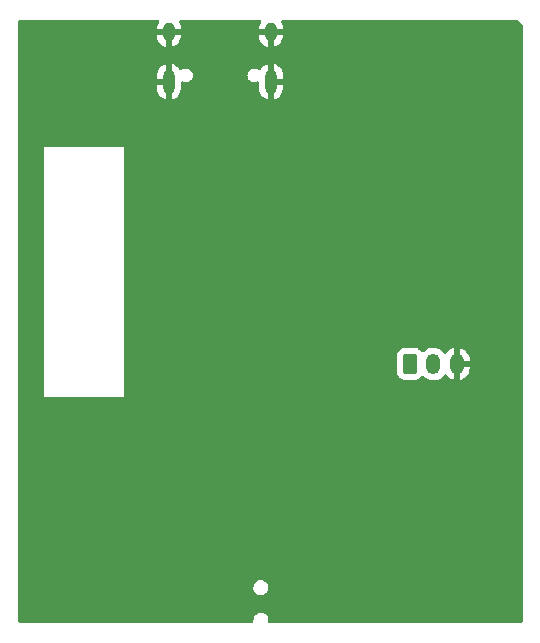
<source format=gbr>
%TF.GenerationSoftware,KiCad,Pcbnew,7.0.10*%
%TF.CreationDate,2024-08-20T03:50:42-07:00*%
%TF.ProjectId,kicad,6b696361-642e-46b6-9963-61645f706362,rev?*%
%TF.SameCoordinates,Original*%
%TF.FileFunction,Copper,L2,Bot*%
%TF.FilePolarity,Positive*%
%FSLAX46Y46*%
G04 Gerber Fmt 4.6, Leading zero omitted, Abs format (unit mm)*
G04 Created by KiCad (PCBNEW 7.0.10) date 2024-08-20 03:50:42*
%MOMM*%
%LPD*%
G01*
G04 APERTURE LIST*
G04 Aperture macros list*
%AMRoundRect*
0 Rectangle with rounded corners*
0 $1 Rounding radius*
0 $2 $3 $4 $5 $6 $7 $8 $9 X,Y pos of 4 corners*
0 Add a 4 corners polygon primitive as box body*
4,1,4,$2,$3,$4,$5,$6,$7,$8,$9,$2,$3,0*
0 Add four circle primitives for the rounded corners*
1,1,$1+$1,$2,$3*
1,1,$1+$1,$4,$5*
1,1,$1+$1,$6,$7*
1,1,$1+$1,$8,$9*
0 Add four rect primitives between the rounded corners*
20,1,$1+$1,$2,$3,$4,$5,0*
20,1,$1+$1,$4,$5,$6,$7,0*
20,1,$1+$1,$6,$7,$8,$9,0*
20,1,$1+$1,$8,$9,$2,$3,0*%
G04 Aperture macros list end*
%TA.AperFunction,ComponentPad*%
%ADD10RoundRect,0.250000X-0.350000X-0.625000X0.350000X-0.625000X0.350000X0.625000X-0.350000X0.625000X0*%
%TD*%
%TA.AperFunction,ComponentPad*%
%ADD11O,1.200000X1.750000*%
%TD*%
%TA.AperFunction,ComponentPad*%
%ADD12O,1.000000X2.100000*%
%TD*%
%TA.AperFunction,ComponentPad*%
%ADD13O,1.000000X1.600000*%
%TD*%
%TA.AperFunction,ViaPad*%
%ADD14C,0.800000*%
%TD*%
G04 APERTURE END LIST*
D10*
%TO.P,J1,1,Pin_1*%
%TO.N,+5V*%
X168960000Y-101610000D03*
D11*
%TO.P,J1,2,Pin_2*%
%TO.N,Net-(J1-Pin_2)*%
X170960000Y-101610000D03*
%TO.P,J1,3,Pin_3*%
%TO.N,GND*%
X172960000Y-101610000D03*
%TD*%
D12*
%TO.P,J6,S1,SHIELD*%
%TO.N,GND*%
X157220000Y-77710000D03*
D13*
X157220000Y-73530000D03*
D12*
X148580000Y-77710000D03*
D13*
X148580000Y-73530000D03*
%TD*%
D14*
%TO.N,GND*%
X152900000Y-81130000D03*
X151970000Y-107740000D03*
X151480000Y-103720000D03*
X151860000Y-115060000D03*
X154030000Y-95750000D03*
X153960000Y-94090000D03*
X154170000Y-92060000D03*
X146750000Y-92520000D03*
X146880000Y-94530000D03*
X147120000Y-97210000D03*
X147670000Y-89440000D03*
X153450000Y-89220000D03*
X151578239Y-89608551D03*
X148769692Y-97538565D03*
X152130000Y-97480000D03*
X172340000Y-94290000D03*
X161990000Y-85420000D03*
X167493338Y-83881318D03*
X171403275Y-87956464D03*
X168925146Y-87570978D03*
X166450000Y-86080000D03*
X163638470Y-78209155D03*
X166447016Y-77658460D03*
X171072858Y-77658460D03*
X174211822Y-79530824D03*
X176690000Y-79480000D03*
X175700000Y-74630000D03*
X173550988Y-74684704D03*
X166230000Y-74520000D03*
X160830000Y-74740000D03*
X139740000Y-75020000D03*
X145575659Y-78925059D03*
X144750000Y-74680000D03*
X143152599Y-76006373D03*
X141555582Y-79145337D03*
X138306479Y-79255476D03*
X137210000Y-74410000D03*
X138416618Y-109323448D03*
X140288983Y-115326028D03*
X138800000Y-120610000D03*
X144310000Y-120670000D03*
X147390000Y-118190000D03*
X167660000Y-117580000D03*
X171570000Y-115930000D03*
X162757357Y-116041932D03*
X161660000Y-110760000D03*
X164130000Y-110530000D03*
X167440000Y-110530000D03*
X172120000Y-110150000D03*
X176080000Y-110370000D03*
X176030000Y-113950000D03*
X176250000Y-118300000D03*
X176360000Y-122210000D03*
X173060000Y-122100000D03*
X168210000Y-122320000D03*
X164350000Y-122320000D03*
X145390000Y-85730000D03*
X145390000Y-100860000D03*
X155290000Y-100860000D03*
X156860000Y-99440000D03*
X155480000Y-85950000D03*
X156980000Y-87200000D03*
X164090000Y-91720000D03*
X164150000Y-98660000D03*
X155770000Y-114510000D03*
X158140000Y-112280000D03*
X156760000Y-103950000D03*
X160080000Y-106290000D03*
X146560000Y-104770000D03*
X142680000Y-110760000D03*
X151210000Y-122030000D03*
X161250000Y-122320000D03*
X158420000Y-83750000D03*
X147660000Y-81120000D03*
X173060000Y-98440000D03*
%TD*%
%TA.AperFunction,Conductor*%
%TO.N,GND*%
G36*
X147699370Y-72519685D02*
G01*
X147745125Y-72572489D01*
X147755069Y-72641647D01*
X147734106Y-72694837D01*
X147701143Y-72742195D01*
X147620940Y-72929092D01*
X147580000Y-73128309D01*
X147580000Y-73280000D01*
X148280000Y-73280000D01*
X148280000Y-73780000D01*
X147580000Y-73780000D01*
X147580000Y-73880713D01*
X147595418Y-74032338D01*
X147656299Y-74226381D01*
X147656304Y-74226391D01*
X147755005Y-74404215D01*
X147755005Y-74404216D01*
X147887478Y-74558530D01*
X147887479Y-74558531D01*
X148048304Y-74683018D01*
X148230907Y-74772589D01*
X148330000Y-74798244D01*
X148330000Y-73996110D01*
X148354457Y-74035610D01*
X148443962Y-74103201D01*
X148551840Y-74133895D01*
X148663521Y-74123546D01*
X148763922Y-74073552D01*
X148830000Y-74001069D01*
X148830000Y-74803366D01*
X148831944Y-74803069D01*
X148831945Y-74803069D01*
X149022660Y-74732436D01*
X149022664Y-74732434D01*
X149195267Y-74624850D01*
X149342668Y-74484735D01*
X149342669Y-74484733D01*
X149458856Y-74317804D01*
X149539059Y-74130907D01*
X149580000Y-73931690D01*
X149580000Y-73780000D01*
X148880000Y-73780000D01*
X148880000Y-73280000D01*
X149580000Y-73280000D01*
X149580000Y-73179286D01*
X149564581Y-73027661D01*
X149503700Y-72833618D01*
X149503695Y-72833608D01*
X149420755Y-72684178D01*
X149405432Y-72616009D01*
X149429396Y-72550377D01*
X149485039Y-72508120D01*
X149529174Y-72500000D01*
X156272331Y-72500000D01*
X156339370Y-72519685D01*
X156385125Y-72572489D01*
X156395069Y-72641647D01*
X156374106Y-72694837D01*
X156341143Y-72742195D01*
X156260940Y-72929092D01*
X156220000Y-73128309D01*
X156220000Y-73280000D01*
X156920000Y-73280000D01*
X156920000Y-73780000D01*
X156220000Y-73780000D01*
X156220000Y-73880713D01*
X156235418Y-74032338D01*
X156296299Y-74226381D01*
X156296304Y-74226391D01*
X156395005Y-74404215D01*
X156395005Y-74404216D01*
X156527478Y-74558530D01*
X156527479Y-74558531D01*
X156688304Y-74683018D01*
X156870907Y-74772589D01*
X156970000Y-74798244D01*
X156970000Y-73996110D01*
X156994457Y-74035610D01*
X157083962Y-74103201D01*
X157191840Y-74133895D01*
X157303521Y-74123546D01*
X157403922Y-74073552D01*
X157470000Y-74001069D01*
X157470000Y-74803366D01*
X157471944Y-74803069D01*
X157471945Y-74803069D01*
X157662660Y-74732436D01*
X157662664Y-74732434D01*
X157835267Y-74624850D01*
X157982668Y-74484735D01*
X157982669Y-74484733D01*
X158098856Y-74317804D01*
X158179059Y-74130907D01*
X158220000Y-73931690D01*
X158220000Y-73780000D01*
X157520000Y-73780000D01*
X157520000Y-73280000D01*
X158220000Y-73280000D01*
X158220000Y-73179286D01*
X158204581Y-73027661D01*
X158143700Y-72833618D01*
X158143695Y-72833608D01*
X158060755Y-72684178D01*
X158045432Y-72616009D01*
X158069396Y-72550377D01*
X158125039Y-72508120D01*
X158169174Y-72500000D01*
X178078638Y-72500000D01*
X178145677Y-72519685D01*
X178166319Y-72536319D01*
X178483681Y-72853681D01*
X178517166Y-72915004D01*
X178520000Y-72941362D01*
X178520000Y-123416000D01*
X178500315Y-123483039D01*
X178447511Y-123528794D01*
X178396000Y-123540000D01*
X157090886Y-123540000D01*
X157023847Y-123520315D01*
X156978092Y-123467511D01*
X156968148Y-123398353D01*
X156969073Y-123392815D01*
X156979227Y-123339588D01*
X156969304Y-123181862D01*
X156920467Y-123031559D01*
X156835786Y-122898123D01*
X156720582Y-122789938D01*
X156720579Y-122789936D01*
X156720577Y-122789934D01*
X156582095Y-122713804D01*
X156582087Y-122713801D01*
X156429021Y-122674500D01*
X156429019Y-122674500D01*
X156310650Y-122674500D01*
X156310640Y-122674500D01*
X156193208Y-122689336D01*
X156193206Y-122689336D01*
X156046269Y-122747513D01*
X156046260Y-122747518D01*
X155918416Y-122840402D01*
X155918415Y-122840403D01*
X155817674Y-122962178D01*
X155750387Y-123105171D01*
X155750385Y-123105174D01*
X155735757Y-123181862D01*
X155720773Y-123260412D01*
X155720773Y-123260414D01*
X155720773Y-123260415D01*
X155722949Y-123294996D01*
X155729451Y-123398353D01*
X155730072Y-123408214D01*
X155714636Y-123476357D01*
X155664809Y-123525337D01*
X155606317Y-123540000D01*
X136031362Y-123540000D01*
X135964323Y-123520315D01*
X135943681Y-123503681D01*
X135796319Y-123356319D01*
X135762834Y-123294996D01*
X135760000Y-123268638D01*
X135760000Y-120510415D01*
X155720773Y-120510415D01*
X155730696Y-120668137D01*
X155730696Y-120668140D01*
X155755614Y-120744828D01*
X155779533Y-120818441D01*
X155864214Y-120951877D01*
X155979418Y-121060062D01*
X155979420Y-121060063D01*
X155979422Y-121060065D01*
X156056578Y-121102481D01*
X156117908Y-121136197D01*
X156270981Y-121175500D01*
X156270984Y-121175500D01*
X156389348Y-121175500D01*
X156389350Y-121175500D01*
X156389355Y-121175499D01*
X156389359Y-121175499D01*
X156402088Y-121173890D01*
X156506792Y-121160664D01*
X156653732Y-121102486D01*
X156781587Y-121009594D01*
X156882324Y-120887823D01*
X156949614Y-120744826D01*
X156979227Y-120589588D01*
X156969304Y-120431862D01*
X156920467Y-120281559D01*
X156835786Y-120148123D01*
X156720582Y-120039938D01*
X156720579Y-120039936D01*
X156720577Y-120039934D01*
X156582095Y-119963804D01*
X156582087Y-119963801D01*
X156429021Y-119924500D01*
X156429019Y-119924500D01*
X156310650Y-119924500D01*
X156310640Y-119924500D01*
X156193208Y-119939336D01*
X156193206Y-119939336D01*
X156046269Y-119997513D01*
X156046260Y-119997518D01*
X155918416Y-120090402D01*
X155918415Y-120090403D01*
X155817674Y-120212178D01*
X155750387Y-120355171D01*
X155750385Y-120355174D01*
X155735757Y-120431862D01*
X155720773Y-120510412D01*
X155720773Y-120510414D01*
X155720773Y-120510415D01*
X135760000Y-120510415D01*
X135760000Y-83250000D01*
X137980000Y-83250000D01*
X137980000Y-101040000D01*
X137980000Y-104375829D01*
X144810000Y-104381543D01*
X144810000Y-102285001D01*
X167859500Y-102285001D01*
X167859501Y-102285018D01*
X167870000Y-102387796D01*
X167870001Y-102387799D01*
X167925185Y-102554331D01*
X167925187Y-102554336D01*
X167933848Y-102568378D01*
X168017288Y-102703656D01*
X168141344Y-102827712D01*
X168290666Y-102919814D01*
X168457203Y-102974999D01*
X168559991Y-102985500D01*
X169360008Y-102985499D01*
X169360016Y-102985498D01*
X169360019Y-102985498D01*
X169421143Y-102979254D01*
X169462797Y-102974999D01*
X169629334Y-102919814D01*
X169778656Y-102827712D01*
X169902712Y-102703656D01*
X169941815Y-102640258D01*
X169993761Y-102593535D01*
X170062723Y-102582312D01*
X170126806Y-102610155D01*
X170144824Y-102628705D01*
X170159907Y-102647885D01*
X170159909Y-102647887D01*
X170318746Y-102785521D01*
X170500750Y-102890601D01*
X170500752Y-102890601D01*
X170500756Y-102890604D01*
X170699367Y-102959344D01*
X170907398Y-102989254D01*
X171117330Y-102979254D01*
X171321576Y-102929704D01*
X171408200Y-102890144D01*
X171512743Y-102842401D01*
X171512746Y-102842399D01*
X171512753Y-102842396D01*
X171683952Y-102720486D01*
X171684317Y-102720104D01*
X171828986Y-102568378D01*
X171838010Y-102554336D01*
X171855826Y-102526613D01*
X171908629Y-102480858D01*
X171977788Y-102470914D01*
X172041344Y-102499938D01*
X172057612Y-102517000D01*
X172160268Y-102647537D01*
X172160271Y-102647540D01*
X172319030Y-102785105D01*
X172319041Y-102785114D01*
X172500960Y-102890144D01*
X172500967Y-102890147D01*
X172699487Y-102958856D01*
X172710000Y-102960367D01*
X172710000Y-101890617D01*
X172779052Y-101944363D01*
X172897424Y-101985000D01*
X172991073Y-101985000D01*
X173083446Y-101969586D01*
X173193514Y-101910019D01*
X173210000Y-101892110D01*
X173210000Y-102956257D01*
X173321409Y-102929229D01*
X173512507Y-102841959D01*
X173683619Y-102720110D01*
X173683625Y-102720104D01*
X173828592Y-102568067D01*
X173942166Y-102391342D01*
X174020244Y-102196314D01*
X174060000Y-101990037D01*
X174060000Y-101860000D01*
X173239560Y-101860000D01*
X173278278Y-101817941D01*
X173328551Y-101703330D01*
X173338886Y-101578605D01*
X173308163Y-101457281D01*
X173244606Y-101360000D01*
X174060000Y-101360000D01*
X174060000Y-101282601D01*
X174045034Y-101125877D01*
X174045033Y-101125873D01*
X173985850Y-100924313D01*
X173889586Y-100737585D01*
X173759731Y-100572462D01*
X173759728Y-100572459D01*
X173600969Y-100434894D01*
X173600958Y-100434885D01*
X173419039Y-100329855D01*
X173419032Y-100329852D01*
X173220516Y-100261144D01*
X173210000Y-100259632D01*
X173210000Y-101329382D01*
X173140948Y-101275637D01*
X173022576Y-101235000D01*
X172928927Y-101235000D01*
X172836554Y-101250414D01*
X172726486Y-101309981D01*
X172710000Y-101327889D01*
X172710000Y-100263740D01*
X172709999Y-100263740D01*
X172598594Y-100290768D01*
X172598582Y-100290772D01*
X172407497Y-100378037D01*
X172407496Y-100378038D01*
X172236380Y-100499889D01*
X172236374Y-100499895D01*
X172091408Y-100651932D01*
X172064784Y-100693359D01*
X172011979Y-100739113D01*
X171942821Y-100749056D01*
X171879265Y-100720030D01*
X171862999Y-100702970D01*
X171760094Y-100572116D01*
X171760090Y-100572112D01*
X171601253Y-100434478D01*
X171419249Y-100329398D01*
X171419245Y-100329396D01*
X171419244Y-100329396D01*
X171220633Y-100260656D01*
X171012602Y-100230746D01*
X171012598Y-100230746D01*
X170802672Y-100240745D01*
X170598421Y-100290296D01*
X170598417Y-100290298D01*
X170407256Y-100377598D01*
X170407251Y-100377601D01*
X170236046Y-100499515D01*
X170236045Y-100499515D01*
X170138249Y-100602082D01*
X170077740Y-100637017D01*
X170007949Y-100633692D01*
X169951035Y-100593164D01*
X169942967Y-100581608D01*
X169937110Y-100572112D01*
X169902712Y-100516344D01*
X169778656Y-100392288D01*
X169677431Y-100329852D01*
X169629336Y-100300187D01*
X169629331Y-100300185D01*
X169599488Y-100290296D01*
X169462797Y-100245001D01*
X169462795Y-100245000D01*
X169360010Y-100234500D01*
X168559998Y-100234500D01*
X168559980Y-100234501D01*
X168457203Y-100245000D01*
X168457200Y-100245001D01*
X168290668Y-100300185D01*
X168290663Y-100300187D01*
X168141342Y-100392289D01*
X168017289Y-100516342D01*
X167925187Y-100665663D01*
X167925185Y-100665668D01*
X167901443Y-100737318D01*
X167870001Y-100832203D01*
X167870001Y-100832204D01*
X167870000Y-100832204D01*
X167859500Y-100934983D01*
X167859500Y-102285001D01*
X144810000Y-102285001D01*
X144810000Y-83250000D01*
X137980000Y-83250000D01*
X135760000Y-83250000D01*
X135760000Y-78310713D01*
X147580000Y-78310713D01*
X147595418Y-78462338D01*
X147656299Y-78656381D01*
X147656304Y-78656391D01*
X147755005Y-78834215D01*
X147755005Y-78834216D01*
X147887478Y-78988530D01*
X147887479Y-78988531D01*
X148048304Y-79113018D01*
X148230907Y-79202589D01*
X148330000Y-79228244D01*
X148330000Y-78426110D01*
X148354457Y-78465610D01*
X148443962Y-78533201D01*
X148551840Y-78563895D01*
X148663521Y-78553546D01*
X148763922Y-78503552D01*
X148830000Y-78431069D01*
X148830000Y-79233366D01*
X148831944Y-79233069D01*
X148831945Y-79233069D01*
X149022660Y-79162436D01*
X149022664Y-79162434D01*
X149195267Y-79054850D01*
X149342668Y-78914735D01*
X149342669Y-78914733D01*
X149458856Y-78747804D01*
X149539059Y-78560907D01*
X149580000Y-78361690D01*
X149580000Y-77810384D01*
X149599685Y-77743345D01*
X149652489Y-77697590D01*
X149721647Y-77687646D01*
X149751454Y-77695823D01*
X149859764Y-77740687D01*
X149972280Y-77755500D01*
X149972287Y-77755500D01*
X150047713Y-77755500D01*
X150047720Y-77755500D01*
X150160236Y-77740687D01*
X150300233Y-77682698D01*
X150420451Y-77590451D01*
X150512698Y-77470233D01*
X150570687Y-77330236D01*
X150590466Y-77180000D01*
X155209534Y-77180000D01*
X155229312Y-77330234D01*
X155229313Y-77330236D01*
X155287302Y-77470233D01*
X155379549Y-77590451D01*
X155499767Y-77682698D01*
X155639764Y-77740687D01*
X155752280Y-77755500D01*
X155752287Y-77755500D01*
X155827713Y-77755500D01*
X155827720Y-77755500D01*
X155940236Y-77740687D01*
X156048547Y-77695823D01*
X156118017Y-77688354D01*
X156180496Y-77719629D01*
X156216148Y-77779718D01*
X156220000Y-77810384D01*
X156220000Y-78310713D01*
X156235418Y-78462338D01*
X156296299Y-78656381D01*
X156296304Y-78656391D01*
X156395005Y-78834215D01*
X156395005Y-78834216D01*
X156527478Y-78988530D01*
X156527479Y-78988531D01*
X156688304Y-79113018D01*
X156870907Y-79202589D01*
X156970000Y-79228244D01*
X156970000Y-78426110D01*
X156994457Y-78465610D01*
X157083962Y-78533201D01*
X157191840Y-78563895D01*
X157303521Y-78553546D01*
X157403922Y-78503552D01*
X157470000Y-78431069D01*
X157470000Y-79233366D01*
X157471944Y-79233069D01*
X157471945Y-79233069D01*
X157662660Y-79162436D01*
X157662664Y-79162434D01*
X157835267Y-79054850D01*
X157982668Y-78914735D01*
X157982669Y-78914733D01*
X158098856Y-78747804D01*
X158179059Y-78560907D01*
X158220000Y-78361690D01*
X158220000Y-77960000D01*
X157520000Y-77960000D01*
X157520000Y-77460000D01*
X158220000Y-77460000D01*
X158220000Y-77109286D01*
X158204581Y-76957661D01*
X158143700Y-76763618D01*
X158143695Y-76763608D01*
X158044994Y-76585784D01*
X158044994Y-76585783D01*
X157912521Y-76431469D01*
X157912520Y-76431468D01*
X157751695Y-76306981D01*
X157569093Y-76217411D01*
X157470000Y-76191753D01*
X157470000Y-76993889D01*
X157445543Y-76954390D01*
X157356038Y-76886799D01*
X157248160Y-76856105D01*
X157136479Y-76866454D01*
X157036078Y-76916448D01*
X156970000Y-76988930D01*
X156970000Y-76186633D01*
X156968053Y-76186931D01*
X156968047Y-76186933D01*
X156777342Y-76257562D01*
X156777335Y-76257565D01*
X156604732Y-76365149D01*
X156457331Y-76505264D01*
X156457330Y-76505266D01*
X156341142Y-76672197D01*
X156341140Y-76672200D01*
X156337760Y-76680078D01*
X156293232Y-76733921D01*
X156226663Y-76755142D01*
X156159189Y-76737005D01*
X156148332Y-76729556D01*
X156080233Y-76677302D01*
X156080232Y-76677301D01*
X156080230Y-76677300D01*
X155989731Y-76639814D01*
X155940236Y-76619313D01*
X155926171Y-76617461D01*
X155827727Y-76604500D01*
X155827720Y-76604500D01*
X155752280Y-76604500D01*
X155752272Y-76604500D01*
X155639764Y-76619313D01*
X155639763Y-76619313D01*
X155499770Y-76677300D01*
X155499767Y-76677301D01*
X155499767Y-76677302D01*
X155379549Y-76769549D01*
X155289580Y-76886799D01*
X155287300Y-76889770D01*
X155229313Y-77029763D01*
X155229312Y-77029765D01*
X155209534Y-77179999D01*
X155209534Y-77180000D01*
X150590466Y-77180000D01*
X150570687Y-77029764D01*
X150512698Y-76889767D01*
X150420451Y-76769549D01*
X150300233Y-76677302D01*
X150300229Y-76677300D01*
X150236801Y-76651027D01*
X150160236Y-76619313D01*
X150146171Y-76617461D01*
X150047727Y-76604500D01*
X150047720Y-76604500D01*
X149972280Y-76604500D01*
X149972272Y-76604500D01*
X149859764Y-76619313D01*
X149859763Y-76619313D01*
X149719769Y-76677300D01*
X149697821Y-76694142D01*
X149648743Y-76731800D01*
X149583575Y-76756994D01*
X149515131Y-76742956D01*
X149465141Y-76694142D01*
X149464839Y-76693602D01*
X149404994Y-76585784D01*
X149404994Y-76585783D01*
X149272521Y-76431469D01*
X149272520Y-76431468D01*
X149111695Y-76306981D01*
X148929093Y-76217411D01*
X148830000Y-76191753D01*
X148830000Y-76993889D01*
X148805543Y-76954390D01*
X148716038Y-76886799D01*
X148608160Y-76856105D01*
X148496479Y-76866454D01*
X148396078Y-76916448D01*
X148330000Y-76988930D01*
X148330000Y-76186633D01*
X148328053Y-76186931D01*
X148328047Y-76186933D01*
X148137342Y-76257562D01*
X148137335Y-76257565D01*
X147964732Y-76365149D01*
X147817331Y-76505264D01*
X147817330Y-76505266D01*
X147701143Y-76672195D01*
X147620940Y-76859092D01*
X147580000Y-77058309D01*
X147580000Y-77460000D01*
X148280000Y-77460000D01*
X148280000Y-77960000D01*
X147580000Y-77960000D01*
X147580000Y-78310713D01*
X135760000Y-78310713D01*
X135760000Y-72661362D01*
X135779685Y-72594323D01*
X135796319Y-72573681D01*
X135833681Y-72536319D01*
X135895004Y-72502834D01*
X135921362Y-72500000D01*
X147632331Y-72500000D01*
X147699370Y-72519685D01*
G37*
%TD.AperFunction*%
%TD*%
M02*

</source>
